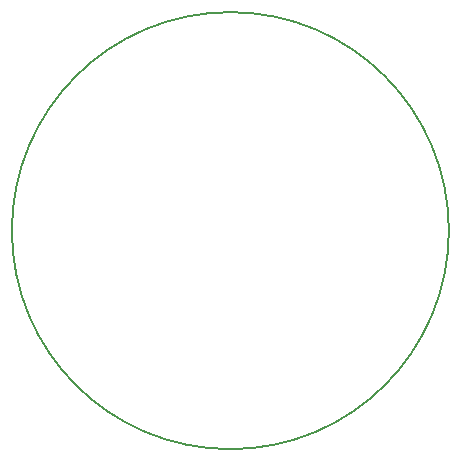
<source format=gbr>
G04 #@! TF.FileFunction,Profile,NP*
%FSLAX46Y46*%
G04 Gerber Fmt 4.6, Leading zero omitted, Abs format (unit mm)*
G04 Created by KiCad (PCBNEW 4.1.0-alpha+201606051201+6884~45~ubuntu16.04.1-product) date Tue Jun  7 15:38:57 2016*
%MOMM*%
%LPD*%
G01*
G04 APERTURE LIST*
%ADD10C,0.100000*%
%ADD11C,0.150000*%
G04 APERTURE END LIST*
D10*
D11*
X126500000Y-103000000D02*
G75*
G03X126500000Y-103000000I-18500000J0D01*
G01*
M02*

</source>
